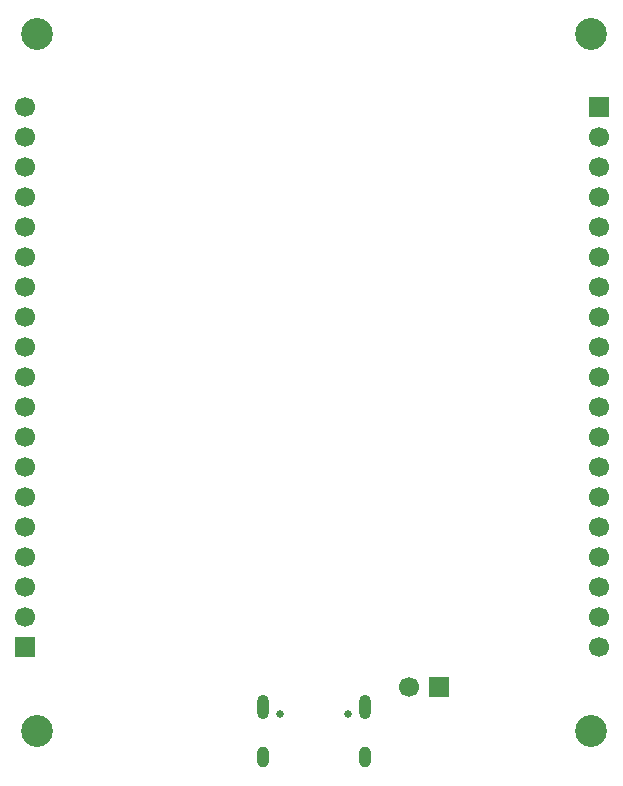
<source format=gbr>
%TF.GenerationSoftware,KiCad,Pcbnew,9.0.6*%
%TF.CreationDate,2025-11-29T10:37:21+02:00*%
%TF.ProjectId,laserboard,6c617365-7262-46f6-9172-642e6b696361,rev?*%
%TF.SameCoordinates,Original*%
%TF.FileFunction,Soldermask,Bot*%
%TF.FilePolarity,Negative*%
%FSLAX46Y46*%
G04 Gerber Fmt 4.6, Leading zero omitted, Abs format (unit mm)*
G04 Created by KiCad (PCBNEW 9.0.6) date 2025-11-29 10:37:21*
%MOMM*%
%LPD*%
G01*
G04 APERTURE LIST*
%ADD10R,1.700000X1.700000*%
%ADD11C,1.700000*%
%ADD12C,0.650000*%
%ADD13O,1.000000X2.100000*%
%ADD14O,1.000000X1.800000*%
%ADD15C,2.700000*%
G04 APERTURE END LIST*
D10*
%TO.C,J4*%
X101800000Y-154300000D03*
D11*
X101800000Y-151760000D03*
X101800000Y-149220000D03*
X101800000Y-146680000D03*
X101800000Y-144140000D03*
X101800000Y-141600000D03*
X101800000Y-139060000D03*
X101800000Y-136520000D03*
X101800000Y-133980000D03*
X101800000Y-131440000D03*
X101800000Y-128900000D03*
X101800000Y-126360000D03*
X101800000Y-123820000D03*
X101800000Y-121280000D03*
X101800000Y-118740000D03*
X101800000Y-116200000D03*
X101800000Y-113660000D03*
X101800000Y-111120000D03*
X101800000Y-108580000D03*
%TD*%
D12*
%TO.C,J2*%
X123390000Y-159975000D03*
X129170000Y-159975000D03*
D13*
X121960000Y-159370000D03*
D14*
X121960000Y-163550000D03*
D13*
X130600000Y-159370000D03*
D14*
X130600000Y-163550000D03*
%TD*%
D15*
%TO.C,H4*%
X102850000Y-102400000D03*
%TD*%
%TO.C,H2*%
X102850000Y-161400000D03*
%TD*%
D10*
%TO.C,J1*%
X136900000Y-157650000D03*
D11*
X134360000Y-157650000D03*
%TD*%
D15*
%TO.C,H3*%
X149710000Y-102400000D03*
%TD*%
%TO.C,H1*%
X149710000Y-161400000D03*
%TD*%
D10*
%TO.C,J3*%
X150370000Y-108510000D03*
D11*
X150370000Y-111050000D03*
X150370000Y-113590000D03*
X150370000Y-116130000D03*
X150370000Y-118670000D03*
X150370000Y-121210000D03*
X150370000Y-123750000D03*
X150370000Y-126290000D03*
X150370000Y-128830000D03*
X150370000Y-131370000D03*
X150370000Y-133910000D03*
X150370000Y-136450000D03*
X150370000Y-138990000D03*
X150370000Y-141530000D03*
X150370000Y-144070000D03*
X150370000Y-146610000D03*
X150370000Y-149150000D03*
X150370000Y-151690000D03*
X150370000Y-154230000D03*
%TD*%
M02*

</source>
